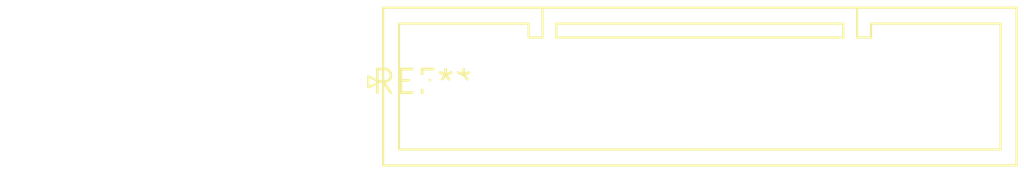
<source format=kicad_pcb>
(kicad_pcb (version 20240108) (generator pcbnew)
  (layers (0 "F.Cu" signal) (31 "B.Cu" signal) (34 "B.Paste" user) (35 "F.Paste" user) (36 "B.SilkS" user "B.Silkscreen") (37 "F.SilkS" user "F.Silkscreen") (38 "B.Mask" user) (39 "F.Mask" user) (44 "Edge.Cuts" user))
  (net 0 "")
  (footprint "JST_PUD_B32B-PUDSS_2x16_P2.00mm_Vertical" (layer "F.Cu") (at 0 0)
    (property "Reference" "REF**")
    (property "Value" "JST_PUD_B32B-PUDSS_2x16_P2.00mm_Vertical")
    (fp_line (start -2.91 -0.3) (end -2.31 0) (layer "F.SilkS") (stroke (width 0.12)))
    (fp_line (start -2.91 0.3) (end -2.91 -0.3) (layer "F.SilkS") (stroke (width 0.12)))
    (fp_line (start -2.31 0) (end -2.91 0.3) (layer "F.SilkS") (stroke (width 0.12)))
    (fp_line (start -2.11 -4.01) (end -2.11 4.51) (layer "F.SilkS") (stroke (width 0.12)))
    (fp_line (start -2.11 4.51) (end 32.11 4.51) (layer "F.SilkS") (stroke (width 0.12)))
    (fp_line (start -1.25 -3.15) (end -1.25 3.65) (layer "F.SilkS") (stroke (width 0.12)))
    (fp_line (start -1.25 3.65) (end 15 3.65) (layer "F.SilkS") (stroke (width 0.12)))
    (fp_line (start 5.75 -3.15) (end -1.25 -3.15) (layer "F.SilkS") (stroke (width 0.12)))
    (fp_line (start 5.75 -2.4) (end 5.75 -3.15) (layer "F.SilkS") (stroke (width 0.12)))
    (fp_line (start 6.5 -4.01) (end 6.5 -2.4) (layer "F.SilkS") (stroke (width 0.12)))
    (fp_line (start 6.5 -2.4) (end 5.75 -2.4) (layer "F.SilkS") (stroke (width 0.12)))
    (fp_line (start 7.25 -3.15) (end 7.25 -2.4) (layer "F.SilkS") (stroke (width 0.12)))
    (fp_line (start 7.25 -2.4) (end 22.75 -2.4) (layer "F.SilkS") (stroke (width 0.12)))
    (fp_line (start 22.75 -3.15) (end 7.25 -3.15) (layer "F.SilkS") (stroke (width 0.12)))
    (fp_line (start 22.75 -2.4) (end 22.75 -3.15) (layer "F.SilkS") (stroke (width 0.12)))
    (fp_line (start 23.5 -4.01) (end 23.5 -2.4) (layer "F.SilkS") (stroke (width 0.12)))
    (fp_line (start 23.5 -2.4) (end 24.25 -2.4) (layer "F.SilkS") (stroke (width 0.12)))
    (fp_line (start 24.25 -3.15) (end 31.25 -3.15) (layer "F.SilkS") (stroke (width 0.12)))
    (fp_line (start 24.25 -2.4) (end 24.25 -3.15) (layer "F.SilkS") (stroke (width 0.12)))
    (fp_line (start 31.25 -3.15) (end 31.25 3.65) (layer "F.SilkS") (stroke (width 0.12)))
    (fp_line (start 31.25 3.65) (end 15 3.65) (layer "F.SilkS") (stroke (width 0.12)))
    (fp_line (start 32.11 -4.01) (end -2.11 -4.01) (layer "F.SilkS") (stroke (width 0.12)))
    (fp_line (start 32.11 4.51) (end 32.11 -4.01) (layer "F.SilkS") (stroke (width 0.12)))
    (pad "1" thru_hole roundrect (at 0 0) (size 1.2 1.2) (drill 0.75) (layers *.Cu *.Mask) (remove_unused_layers) (roundrect_rratio 0.208333))
    (pad "2" thru_hole circle (at 0 2) (size 1.2 1.2) (drill 0.75) (layers *.Cu *.Mask) (remove_unused_layers))
    (pad "3" thru_hole circle (at 2 0) (size 1.2 1.2) (drill 0.75) (layers *.Cu *.Mask) (remove_unused_layers))
    (pad "4" thru_hole circle (at 2 2) (size 1.2 1.2) (drill 0.75) (layers *.Cu *.Mask) (remove_unused_layers))
    (pad "5" thru_hole circle (at 4 0) (size 1.2 1.2) (drill 0.75) (layers *.Cu *.Mask) (remove_unused_layers))
    (pad "6" thru_hole circle (at 4 2) (size 1.2 1.2) (drill 0.75) (layers *.Cu *.Mask) (remove_unused_layers))
    (pad "7" thru_hole circle (at 6 0) (size 1.2 1.2) (drill 0.75) (layers *.Cu *.Mask) (remove_unused_layers))
    (pad "8" thru_hole circle (at 6 2) (size 1.2 1.2) (drill 0.75) (layers *.Cu *.Mask) (remove_unused_layers))
    (pad "9" thru_hole circle (at 8 0) (size 1.2 1.2) (drill 0.75) (layers *.Cu *.Mask) (remove_unused_layers))
    (pad "10" thru_hole circle (at 8 2) (size 1.2 1.2) (drill 0.75) (layers *.Cu *.Mask) (remove_unused_layers))
    (pad "11" thru_hole circle (at 10 0) (size 1.2 1.2) (drill 0.75) (layers *.Cu *.Mask) (remove_unused_layers))
    (pad "12" thru_hole circle (at 10 2) (size 1.2 1.2) (drill 0.75) (layers *.Cu *.Mask) (remove_unused_layers))
    (pad "13" thru_hole circle (at 12 0) (size 1.2 1.2) (drill 0.75) (layers *.Cu *.Mask) (remove_unused_layers))
    (pad "14" thru_hole circle (at 12 2) (size 1.2 1.2) (drill 0.75) (layers *.Cu *.Mask) (remove_unused_layers))
    (pad "15" thru_hole circle (at 14 0) (size 1.2 1.2) (drill 0.75) (layers *.Cu *.Mask) (remove_unused_layers))
    (pad "16" thru_hole circle (at 14 2) (size 1.2 1.2) (drill 0.75) (layers *.Cu *.Mask) (remove_unused_layers))
    (pad "17" thru_hole circle (at 16 0) (size 1.2 1.2) (drill 0.75) (layers *.Cu *.Mask) (remove_unused_layers))
    (pad "18" thru_hole circle (at 16 2) (size 1.2 1.2) (drill 0.75) (layers *.Cu *.Mask) (remove_unused_layers))
    (pad "19" thru_hole circle (at 18 0) (size 1.2 1.2) (drill 0.75) (layers *.Cu *.Mask) (remove_unused_layers))
    (pad "20" thru_hole circle (at 18 2) (size 1.2 1.2) (drill 0.75) (layers *.Cu *.Mask) (remove_unused_layers))
    (pad "21" thru_hole circle (at 20 0) (size 1.2 1.2) (drill 0.75) (layers *.Cu *.Mask) (remove_unused_layers))
    (pad "22" thru_hole circle (at 20 2) (size 1.2 1.2) (drill 0.75) (layers *.Cu *.Mask) (remove_unused_layers))
    (pad "23" thru_hole circle (at 22 0) (size 1.2 1.2) (drill 0.75) (layers *.Cu *.Mask) (remove_unused_layers))
    (pad "24" thru_hole circle (at 22 2) (size 1.2 1.2) (drill 0.75) (layers *.Cu *.Mask) (remove_unused_layers))
    (pad "25" thru_hole circle (at 24 0) (size 1.2 1.2) (drill 0.75) (layers *.Cu *.Mask) (remove_unused_layers))
    (pad "26" thru_hole circle (at 24 2) (size 1.2 1.2) (drill 0.75) (layers *.Cu *.Mask) (remove_unused_layers))
    (pad "27" thru_hole circle (at 26 0) (size 1.2 1.2) (drill 0.75) (layers *.Cu *.Mask) (remove_unused_layers))
    (pad "28" thru_hole circle (at 26 2) (size 1.2 1.2) (drill 0.75) (layers *.Cu *.Mask) (remove_unused_layers))
    (pad "29" thru_hole circle (at 28 0) (size 1.2 1.2) (drill 0.75) (layers *.Cu *.Mask) (remove_unused_layers))
    (pad "30" thru_hole circle (at 28 2) (size 1.2 1.2) (drill 0.75) (layers *.Cu *.Mask) (remove_unused_layers))
    (pad "31" thru_hole circle (at 30 0) (size 1.2 1.2) (drill 0.75) (layers *.Cu *.Mask) (remove_unused_layers))
    (pad "32" thru_hole circle (at 30 2) (size 1.2 1.2) (drill 0.75) (layers *.Cu *.Mask) (remove_unused_layers))
  )
)
</source>
